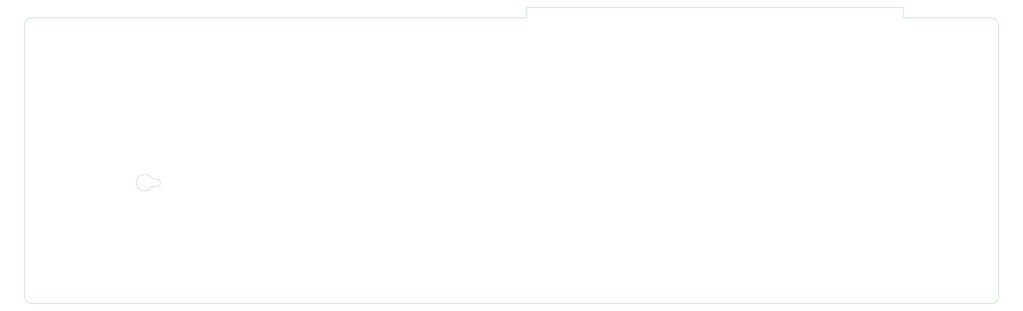
<source format=gbr>
%TF.GenerationSoftware,KiCad,Pcbnew,(5.99.0-12974-ge12f9a194d)*%
%TF.CreationDate,2021-10-29T16:05:09-04:00*%
%TF.ProjectId,FXTal_no_holes,46585461-6c5f-46e6-9f5f-686f6c65732e,rev?*%
%TF.SameCoordinates,PXe1237f8PYe7db780*%
%TF.FileFunction,Paste,Bot*%
%TF.FilePolarity,Positive*%
%FSLAX46Y46*%
G04 Gerber Fmt 4.6, Leading zero omitted, Abs format (unit mm)*
G04 Created by KiCad (PCBNEW (5.99.0-12974-ge12f9a194d)) date 2021-10-29 16:05:09*
%MOMM*%
%LPD*%
G01*
G04 APERTURE LIST*
%TA.AperFunction,Profile*%
%ADD10C,0.050000*%
%TD*%
G04 APERTURE END LIST*
D10*
X-191375000Y84870000D02*
X21625000Y84870000D01*
X-194375000Y-35130000D02*
X-194362680Y82141607D01*
X221575000Y-38130000D02*
X-191375000Y-38130000D01*
X224575000Y81870000D02*
X224575000Y-35130000D01*
X221575000Y84870000D02*
X183625000Y84870000D01*
X-135875000Y13920000D02*
G75*
G03*
X-137524996Y15570000I-1649999J1D01*
G01*
X-191375000Y84870000D02*
G75*
G03*
X-194362680Y82141607I1J-3000002D01*
G01*
X21625000Y89370000D02*
X183625000Y89370000D01*
X21625000Y84870000D02*
X21625000Y89370000D01*
X-137525000Y12270004D02*
X-139475001Y12270000D01*
X183625000Y89370000D02*
X183625000Y84870000D01*
X-137525000Y12270004D02*
G75*
G03*
X-135875000Y13920000I4J1649996D01*
G01*
X221575000Y-38130000D02*
G75*
G03*
X224575000Y-35130000I-1J3000001D01*
G01*
X-194375000Y-35130000D02*
G75*
G03*
X-191375000Y-38130000I3000001J1D01*
G01*
X224575000Y81870000D02*
G75*
G03*
X221575000Y84870000I-3000001J-1D01*
G01*
X-139475001Y15570000D02*
X-137524996Y15570000D01*
X-139475001Y15570000D02*
G75*
G03*
X-139475001Y12270000I-3149999J-1650000D01*
G01*
M02*

</source>
